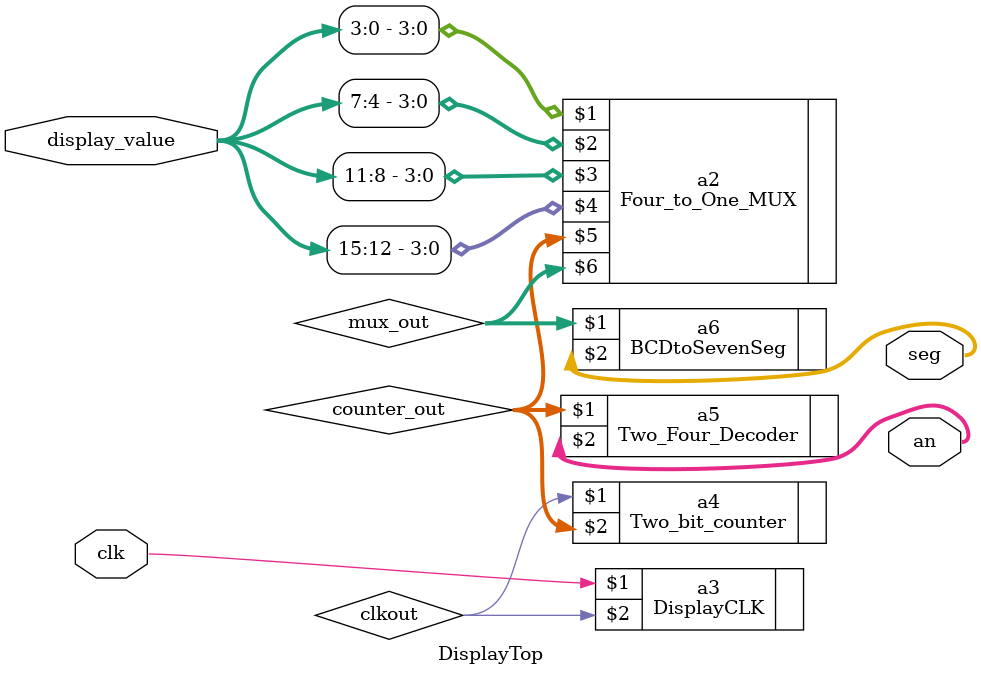
<source format=v>
`timescale 1ns / 1ps


module DisplayTop(
    input clk,
    input [15:0] display_value,
    output [3:0] an,
    output [6:0] seg
    );
    
    wire clkout;
    wire [3:0] mux_out;
    wire [1:0] counter_out;
    // ones, tens, hundreds, thousands
    // module instantiations and wiring for display
    Four_to_One_MUX a2 (display_value[3:0], display_value[7:4], display_value[11:8], display_value[15:12], counter_out, mux_out);
    DisplayCLK a3 (clk, clkout);
    Two_bit_counter a4 (clkout, counter_out);
    Two_Four_Decoder a5 (counter_out, an);
    BCDtoSevenSeg a6 (mux_out, seg);
    
    
endmodule

</source>
